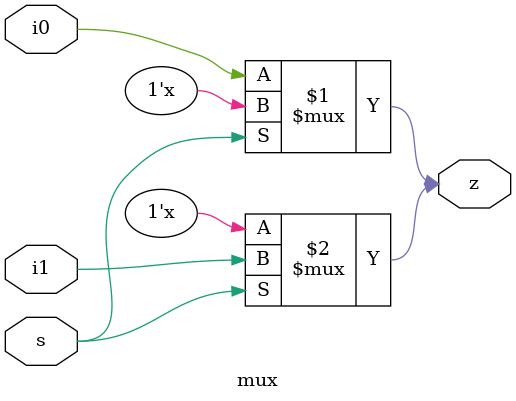
<source format=v>
`timescale 1ns / 1ps
module mux(output z , input i0 , input i1 , input s);
	bufif0 #(1:2:3,3:4:5,5:6:7) gate1 (z, i0, s);
	bufif1 #(1:2:3,3:4:5,5:6:7) gate2 (z, i1, s);
endmodule
</source>
